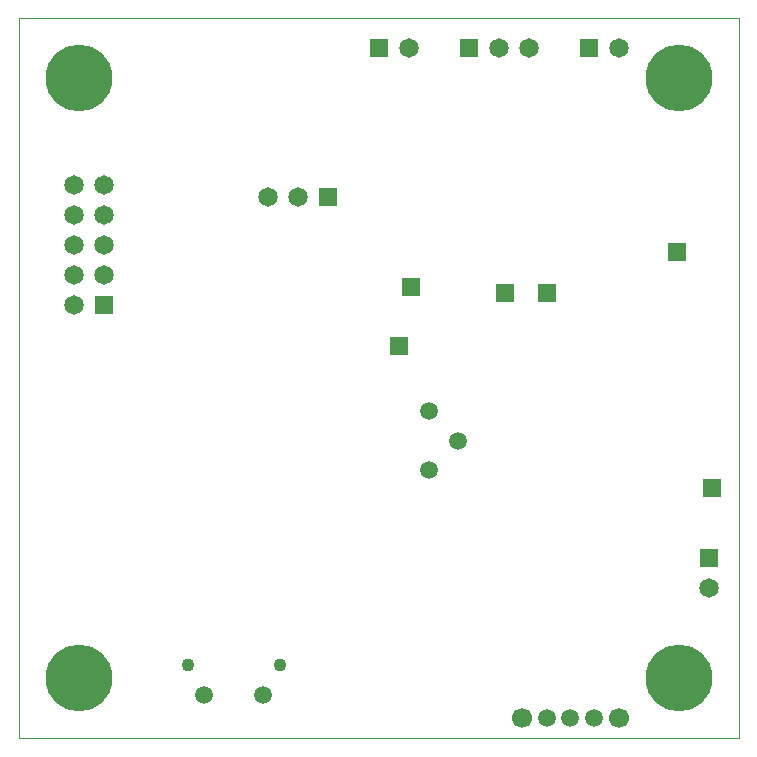
<source format=gbs>
%FSLAX34Y34*%
G04 Gerber Fmt 3.4, Leading zero omitted, Abs format*
G04 (created by PCBNEW (2013-12-26 BZR 4576)-product) date Tue 14 Jan 2014 08:15:22 PM EST*
%MOIN*%
G01*
G70*
G90*
G04 APERTURE LIST*
%ADD10C,0.005906*%
%ADD11C,0.003937*%
%ADD12C,0.222441*%
%ADD13R,0.064961X0.064961*%
%ADD14C,0.064961*%
%ADD15C,0.059055*%
%ADD16C,0.066929*%
%ADD17C,0.043307*%
G04 APERTURE END LIST*
G54D10*
G54D11*
X32000Y-55000D02*
X32000Y-31000D01*
X56000Y-55000D02*
X32000Y-55000D01*
X56000Y-31000D02*
X56000Y-55000D01*
X32000Y-31000D02*
X56000Y-31000D01*
G54D12*
X54000Y-53000D03*
X54000Y-33000D03*
X34000Y-53000D03*
X34000Y-33000D03*
G54D13*
X34842Y-40551D03*
G54D14*
X33842Y-40551D03*
X34842Y-39551D03*
X33842Y-39551D03*
X34842Y-38551D03*
X33842Y-38551D03*
X34842Y-37551D03*
X33842Y-37551D03*
X34842Y-36551D03*
X33842Y-36551D03*
G54D13*
X55000Y-49000D03*
G54D14*
X55000Y-50000D03*
G54D13*
X42322Y-36968D03*
G54D14*
X41322Y-36968D03*
X40322Y-36968D03*
G54D13*
X47000Y-32000D03*
G54D14*
X48000Y-32000D03*
X49000Y-32000D03*
G54D13*
X44000Y-32000D03*
G54D14*
X45000Y-32000D03*
G54D13*
X51000Y-32000D03*
G54D14*
X52000Y-32000D03*
G54D15*
X45669Y-44094D03*
X46653Y-45078D03*
X45669Y-46062D03*
X49606Y-54330D03*
X50393Y-54330D03*
X51181Y-54330D03*
G54D16*
X52007Y-54330D03*
X48779Y-54330D03*
G54D13*
X45078Y-39960D03*
X53937Y-38779D03*
X49606Y-40157D03*
X55118Y-46653D03*
X48228Y-40157D03*
X44685Y-41929D03*
G54D15*
X40157Y-53543D03*
X38188Y-53543D03*
G54D17*
X40708Y-52559D03*
X37637Y-52559D03*
M02*

</source>
